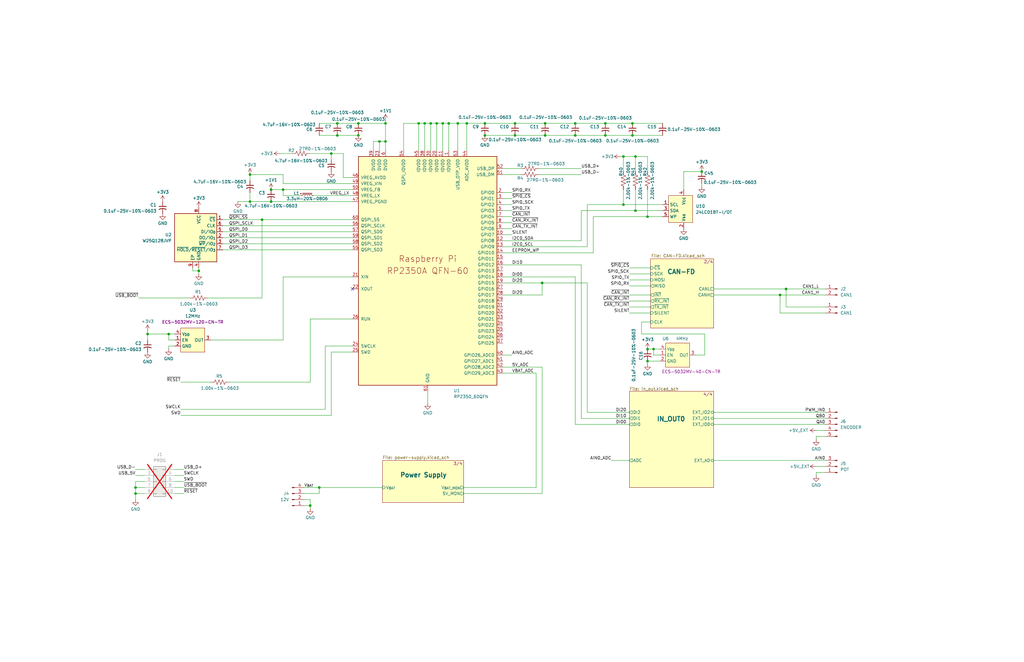
<source format=kicad_sch>
(kicad_sch (version 20250114) (generator "eeschema") (generator_version "9.0")
  (paper "B")
  (title_block (title "CAN I/O Expander") (date "2025-04-26") (rev "1") (company "Realtime Robotics"))
  (lib_symbols
    (symbol "CAN-IO-expander:24LC01BT-I/OT"
      (property "Reference" "U" (at 0 0 0))
      (property "Value" "24LC01BT-I/OT" (at 0 0 0))
      (symbol "24LC01BT-I/OT_1_1"
        (pin input line (at -7.62 -3.81 0) (length 2.54) (name "SCL") (number "1"))
        (pin input line (at -7.62 -6.35 0) (length 2.54) (name "SDA") (number "3"))
        (pin input line (at -7.62 -8.89 0) (length 2.54) (name "WP") (number "5"))
        (pin power_in line (at 1.27 2.54 270) (length 2.54) (name "Vcc") (number "4"))
        (pin passive line (at 1.27 -13.97 90) (length 2.54) (name "Vss") (number "2"))
      )
    )
    (symbol "CAN-IO-expander:40MHz-ECS-5032MV"
      (property "Reference" "U?" (at 1.27 1.27 0))
      (property "Value" "40MHz" (at 5.08 -11.43 0))
      (property "MFG P/N" "ECS-5032MV-400-CN-TR" (at 5.08 -13.97 0))
      (symbol "40MHz-ECS-5032MV_0_0"
        (pin power_in line (at -2.54 -2.54 0) (length 2.54) (name "V_{DD}") (number "4"))
        (pin output line (at 12.7 -5.08 180) (length 2.54) (name "OUT") (number "3"))
      )
      (symbol "40MHz-ECS-5032MV_1_1"
        (pin input line (at -2.54 -5.08 0) (length 2.54) (name "EN") (number "1"))
        (pin passive line (at -2.54 -7.62 0) (length 2.54) (name "GND") (number "2"))
      )
    )
    (symbol "CAN-IO-expander:L_Iron_0806" (pin_numbers (hide yes)) (pin_names (offset 0.254) (hide yes))
      (property "Reference" "L1" (at 2.54 1.2701 0))
      (property "Value" "3.3uH-20%-0806" (at 2.54 -1.2699 0))
      (symbol "L_Iron_0806_1_1"
        (pin passive line (at 0 2.54 270) (length 0.508) (name "~") (number "1"))
        (pin passive line (at 0 -2.54 90) (length 0.508) (name "~") (number "2"))
      )
    )
    (symbol "CAN-IO-expander:RP2350_60QFN" (pin_names (offset 1.016))
      (property "Reference" "U" (at -29.21 49.53 0))
      (property "Value" "RP2350_60QFN" (at 24.13 -49.53 0))
      (symbol "RP2350_60QFN_0_0"
        (text "Raspberry Pi" (at 0 5.08 0) (effects (font (size 2.54 2.54))))
      )
      (symbol "RP2350_60QFN_1_0"
        (text "RP2350A QFN-60" (at 0 0 0) (effects (font (size 2.54 2.54))))
      )
      (symbol "RP2350_60QFN_1_1"
        (pin power_in line (at -31.75 39.37 0) (length 2.54) (name "VREG_AVDD") (number "46"))
        (pin power_in line (at -31.75 36.83 0) (length 2.54) (name "VREG_VIN") (number "49"))
        (pin input line (at -31.75 34.29 0) (length 2.54) (name "VREG_FB") (number "50"))
        (pin power_out line (at -31.75 31.75 0) (length 2.54) (name "VREG_LX") (number "48"))
        (pin power_in line (at -31.75 29.21 0) (length 2.54) (name "VREG_PGND") (number "47"))
        (pin bidirectional line (at -31.75 21.59 0) (length 2.54) (name "QSPI_SS") (number "60"))
        (pin output line (at -31.75 19.05 0) (length 2.54) (name "QSPI_SCLK") (number "56"))
        (pin bidirectional line (at -31.75 16.51 0) (length 2.54) (name "QSPI_SD0") (number "57"))
        (pin bidirectional line (at -31.75 13.97 0) (length 2.54) (name "QSPI_SD1") (number "59"))
        (pin bidirectional line (at -31.75 11.43 0) (length 2.54) (name "QSPI_SD2") (number "58"))
        (pin bidirectional line (at -31.75 8.89 0) (length 2.54) (name "QSPI_SD3") (number "55"))
        (pin input line (at -31.75 -2.54 0) (length 2.54) (name "XIN") (number "21"))
        (pin passive line (at -31.75 -7.62 0) (length 2.54) (name "XOUT") (number "22"))
        (pin input line (at -31.75 -20.32 0) (length 2.54) (name "RUN") (number "26"))
        (pin output line (at -31.75 -31.75 0) (length 2.54) (name "SWCLK") (number "24"))
        (pin bidirectional line (at -31.75 -34.29 0) (length 2.54) (name "SWD") (number "25"))
        (pin power_in line (at -22.86 50.8 270) (length 2.54) (name "DVDD") (number "39"))
        (pin power_in line (at -20.32 50.8 270) (length 2.54) (name "DVDD") (number "23"))
        (pin power_in line (at -17.78 50.8 270) (length 2.54) (name "DVDD") (number "6"))
        (pin power_in line (at -10.16 50.8 270) (length 2.54) (name "QSPI_IOVDD") (number "54"))
        (pin power_in line (at -3.81 50.8 270) (length 2.54) (name "IOVDD") (number "45"))
        (pin power_in line (at -1.27 50.8 270) (length 2.54) (name "IOVDD") (number "38"))
        (pin power_in line (at 0 -50.8 90) (length 2.54) (name "GND") (number "61"))
        (pin power_in line (at 1.27 50.8 270) (length 2.54) (name "IOVDD") (number "30"))
        (pin power_in line (at 3.81 50.8 270) (length 2.54) (name "IOVDD") (number "20"))
        (pin power_in line (at 6.35 50.8 270) (length 2.54) (name "IOVDD") (number "11"))
        (pin power_in line (at 8.89 50.8 270) (length 2.54) (name "IOVDD") (number "1"))
        (pin power_in line (at 12.7 50.8 270) (length 2.54) (name "USB_OTP_VDD") (number "53"))
        (pin power_in line (at 16.51 50.8 270) (length 2.54) (name "ADC_AVDD") (number "44"))
        (pin bidirectional line (at 31.75 43.18 180) (length 2.54) (name "USB_DP") (number "52"))
        (pin bidirectional line (at 31.75 40.64 180) (length 2.54) (name "USB_DM") (number "51"))
        (pin bidirectional line (at 31.75 33.02 180) (length 2.54) (name "GPIO0") (number "2"))
        (pin bidirectional line (at 31.75 30.48 180) (length 2.54) (name "GPIO1") (number "3"))
        (pin bidirectional line (at 31.75 27.94 180) (length 2.54) (name "GPIO2") (number "4"))
        (pin bidirectional line (at 31.75 25.4 180) (length 2.54) (name "GPIO3") (number "5"))
        (pin bidirectional line (at 31.75 22.86 180) (length 2.54) (name "GPIO4") (number "7"))
        (pin bidirectional line (at 31.75 20.32 180) (length 2.54) (name "GPIO5") (number "8"))
        (pin bidirectional line (at 31.75 17.78 180) (length 2.54) (name "GPIO6") (number "9"))
        (pin bidirectional line (at 31.75 15.24 180) (length 2.54) (name "GPIO7") (number "10"))
        (pin bidirectional line (at 31.75 12.7 180) (length 2.54) (name "GPIO8") (number "12"))
        (pin bidirectional line (at 31.75 10.16 180) (length 2.54) (name "GPIO9") (number "13"))
        (pin bidirectional line (at 31.75 7.62 180) (length 2.54) (name "GPIO10") (number "14"))
        (pin bidirectional line (at 31.75 5.08 180) (length 2.54) (name "GPIO11") (number "15"))
        (pin bidirectional line (at 31.75 2.54 180) (length 2.54) (name "GPIO12") (number "16"))
        (pin bidirectional line (at 31.75 0 180) (length 2.54) (name "GPIO13") (number "17"))
        (pin bidirectional line (at 31.75 -2.54 180) (length 2.54) (name "GPIO14") (number "18"))
        (pin bidirectional line (at 31.75 -5.08 180) (length 2.54) (name "GPIO15") (number "19"))
        (pin bidirectional line (at 31.75 -7.62 180) (length 2.54) (name "GPIO16") (number "27"))
        (pin bidirectional line (at 31.75 -10.16 180) (length 2.54) (name "GPIO17") (number "28"))
        (pin bidirectional line (at 31.75 -12.7 180) (length 2.54) (name "GPIO18") (number "29"))
        (pin bidirectional line (at 31.75 -15.24 180) (length 2.54) (name "GPIO19") (number "31"))
        (pin bidirectional line (at 31.75 -17.78 180) (length 2.54) (name "GPIO20") (number "32"))
        (pin bidirectional line (at 31.75 -20.32 180) (length 2.54) (name "GPIO21") (number "33"))
        (pin bidirectional line (at 31.75 -22.86 180) (length 2.54) (name "GPIO22") (number "34"))
        (pin bidirectional line (at 31.75 -25.4 180) (length 2.54) (name "GPIO23") (number "35"))
        (pin bidirectional line (at 31.75 -27.94 180) (length 2.54) (name "GPIO24") (number "36"))
        (pin bidirectional line (at 31.75 -30.48 180) (length 2.54) (name "GPIO25") (number "37"))
        (pin bidirectional line (at 31.75 -35.56 180) (length 2.54) (name "GPIO26_ADC0") (number "40"))
        (pin bidirectional line (at 31.75 -38.1 180) (length 2.54) (name "GPIO27_ADC1") (number "41"))
        (pin bidirectional line (at 31.75 -40.64 180) (length 2.54) (name "GPIO28_ADC2") (number "42"))
        (pin bidirectional line (at 31.75 -43.18 180) (length 2.54) (name "GPIO29_ADC3") (number "43"))
      )
    )
    (symbol "Connector:Conn_01x02_Pin" (pin_names (offset 1.016) (hide yes))
      (property "Reference" "J" (at 0 2.54 0))
      (property "Value" "Conn_01x02_Pin" (at 0 -5.08 0))
      (symbol "Conn_01x02_Pin_1_1"
        (pin passive line (at 5.08 0 180) (length 3.81) (name "Pin_1") (number "1"))
        (pin passive line (at 5.08 -2.54 180) (length 3.81) (name "Pin_2") (number "2"))
      )
    )
    (symbol "Connector:Conn_01x03_Pin" (pin_names (offset 1.016) (hide yes))
      (property "Reference" "J" (at 0 5.08 0))
      (property "Value" "Conn_01x03_Pin" (at 0 -5.08 0))
      (symbol "Conn_01x03_Pin_1_1"
        (pin passive line (at 5.08 2.54 180) (length 3.81) (name "Pin_1") (number "1"))
        (pin passive line (at 5.08 0 180) (length 3.81) (name "Pin_2") (number "2"))
        (pin passive line (at 5.08 -2.54 180) (length 3.81) (name "Pin_3") (number "3"))
      )
    )
    (symbol "Connector:Conn_01x04_Pin" (pin_names (offset 1.016) (hide yes))
      (property "Reference" "J" (at 0 5.08 0))
      (property "Value" "Conn_01x04_Pin" (at 0 -7.62 0))
      (symbol "Conn_01x04_Pin_1_1"
        (pin passive line (at 5.08 2.54 180) (length 3.81) (name "Pin_1") (number "1"))
        (pin passive line (at 5.08 0 180) (length 3.81) (name "Pin_2") (number "2"))
        (pin passive line (at 5.08 -2.54 180) (length 3.81) (name "Pin_3") (number "3"))
        (pin passive line (at 5.08 -5.08 180) (length 3.81) (name "Pin_4") (number "4"))
      )
    )
    (symbol "Connector:Conn_01x05_Pin" (pin_names (offset 1.016) (hide yes))
      (property "Reference" "J" (at 0 7.62 0))
      (property "Value" "Conn_01x05_Pin" (at 0 -7.62 0))
      (symbol "Conn_01x05_Pin_1_1"
        (pin passive line (at 5.08 5.08 180) (length 3.81) (name "Pin_1") (number "1"))
        (pin passive line (at 5.08 2.54 180) (length 3.81) (name "Pin_2") (number "2"))
        (pin passive line (at 5.08 0 180) (length 3.81) (name "Pin_3") (number "3"))
        (pin passive line (at 5.08 -2.54 180) (length 3.81) (name "Pin_4") (number "4"))
        (pin passive line (at 5.08 -5.08 180) (length 3.81) (name "Pin_5") (number "5"))
      )
    )
    (symbol "Connector_Generic:Conn_02x05_Odd_Even" (pin_names (offset 1.016) (hide yes))
      (property "Reference" "J" (at 1.27 7.62 0))
      (property "Value" "Conn_02x05_Odd_Even" (at 1.27 -7.62 0))
      (symbol "Conn_02x05_Odd_Even_1_1"
        (pin passive line (at -5.08 5.08 0) (length 3.81) (name "Pin_1") (number "1"))
        (pin passive line (at -5.08 2.54 0) (length 3.81) (name "Pin_3") (number "3"))
        (pin passive line (at -5.08 0 0) (length 3.81) (name "Pin_5") (number "5"))
        (pin passive line (at -5.08 -2.54 0) (length 3.81) (name "Pin_7") (number "7"))
        (pin passive line (at -5.08 -5.08 0) (length 3.81) (name "Pin_9") (number "9"))
        (pin passive line (at 7.62 5.08 180) (length 3.81) (name "Pin_2") (number "2"))
        (pin passive line (at 7.62 2.54 180) (length 3.81) (name "Pin_4") (number "4"))
        (pin passive line (at 7.62 0 180) (length 3.81) (name "Pin_6") (number "6"))
        (pin passive line (at 7.62 -2.54 180) (length 3.81) (name "Pin_8") (number "8"))
        (pin passive line (at 7.62 -5.08 180) (length 3.81) (name "Pin_10") (number "10"))
      )
    )
    (symbol "Device:C_Small_US" (pin_numbers (hide yes)) (pin_names (offset 0.254) (hide yes))
      (property "Reference" "C" (at 0.254 1.778 0))
      (property "Value" "C_Small_US" (at 0.254 -2.032 0))
      (symbol "C_Small_US_1_1"
        (pin passive line (at 0 2.54 270) (length 2.032) (name "~") (number "1"))
        (pin passive line (at 0 -2.54 90) (length 2.032) (name "~") (number "2"))
      )
    )
    (symbol "Device:R_US" (pin_numbers (hide yes)) (pin_names (offset 0))
      (property "Reference" "R" (at 2.54 0 90))
      (property "Value" "R_US" (at -2.54 0 90))
      (symbol "R_US_1_1"
        (pin passive line (at 0 3.81 270) (length 1.27) (name "~") (number "1"))
        (pin passive line (at 0 -3.81 90) (length 1.27) (name "~") (number "2"))
      )
    )
    (symbol "Memory_Flash:W25Q128JVP"
      (property "Reference" "U" (at -6.35 11.43 0))
      (property "Value" "W25Q128JVP" (at 7.62 11.43 0))
      (symbol "W25Q128JVP_1_1"
        (pin input line (at -10.16 7.62 0) (length 2.54) (name "~{CS}") (number "1"))
        (pin input line (at -10.16 5.08 0) (length 2.54) (name "CLK") (number "6"))
        (pin bidirectional line (at -10.16 2.54 0) (length 2.54) (name "DI/IO_{0}") (number "5"))
        (pin bidirectional line (at -10.16 0 0) (length 2.54) (name "DO/IO_{1}") (number "2"))
        (pin bidirectional line (at -10.16 -2.54 0) (length 2.54) (name "~{WP}/IO_{2}") (number "3"))
        (pin bidirectional line (at -10.16 -5.08 0) (length 2.54) (name "~{HOLD}/~{RESET}/IO_{3}") (number "7"))
        (pin power_in line (at 0 12.7 270) (length 2.54) (name "VCC") (number "8"))
        (pin power_in line (at 0 -12.7 90) (length 2.54) (name "GND") (number "4"))
        (pin passive line (at 2.54 -12.7 90) (length 2.54) (name "EP") (number "9"))
      )
    )
    (symbol "NX-IndicatorBoard:40MHz-ECS-5032MV"
      (property "Reference" "U?" (at 1.27 1.27 0))
      (property "Value" "40MHz" (at 5.08 -11.43 0))
      (property "MFG P/N" "ECS-5032MV-400-CN-TR" (at 5.08 -13.97 0))
      (symbol "40MHz-ECS-5032MV_0_0"
        (pin power_in line (at -2.54 -2.54 0) (length 2.54) (name "V_{DD}") (number "4"))
        (pin output line (at 12.7 -5.08 180) (length 2.54) (name "OUT") (number "3"))
      )
      (symbol "40MHz-ECS-5032MV_1_1"
        (pin input line (at -2.54 -5.08 0) (length 2.54) (name "EN") (number "1"))
        (pin passive line (at -2.54 -7.62 0) (length 2.54) (name "GND") (number "2"))
      )
    )
    (symbol "power:+3V3" (power) (pin_numbers (hide yes)) (pin_names (offset 0) (hide yes))
      (property "Value" "+3V3" (at 0 3.556 0))
      (symbol "+3V3_1_1"
        (pin power_in line (at 0 0 90) (length 0) (name "~") (number "1"))
      )
    )
    (symbol "power:+5V" (power) (pin_numbers (hide yes)) (pin_names (offset 0) (hide yes))
      (property "Value" "+5V" (at 0 3.556 0))
      (symbol "+5V_1_1"
        (pin power_in line (at 0 0 90) (length 0) (name "~") (number "1"))
      )
    )
    (symbol "power:GND" (power) (pin_numbers (hide yes)) (pin_names (offset 0) (hide yes))
      (property "Value" "GND" (at 0 -3.81 0))
      (symbol "GND_1_1"
        (pin power_in line (at 0 0 270) (length 0) (name "~") (number "1"))
      )
    )
  )
  (junction (at 229.87 57.15))
  (junction (at 142.24 52.07))
  (junction (at 134.62 205.74))
  (junction (at 151.13 52.07))
  (junction (at 184.15 52.07))
  (junction (at 196.85 52.07))
  (junction (at 331.47 121.92))
  (junction (at 217.17 52.07))
  (junction (at 114.3 80.01))
  (junction (at 267.97 88.9))
  (junction (at 242.57 52.07))
  (junction (at 162.56 52.07))
  (junction (at 204.47 57.15))
  (junction (at 267.97 66.04))
  (junction (at 295.91 72.39))
  (junction (at 255.27 57.15))
  (junction (at 273.05 152.4))
  (junction (at 262.89 86.36))
  (junction (at 160.02 59.69))
  (junction (at 151.13 57.15))
  (junction (at 273.05 147.32))
  (junction (at 62.23 140.97))
  (junction (at 57.15 208.28))
  (junction (at 176.53 52.07))
  (junction (at 114.3 85.09))
  (junction (at 204.47 52.07))
  (junction (at 119.38 80.01))
  (junction (at 262.89 66.04))
  (junction (at 228.6 119.38))
  (junction (at 181.61 52.07))
  (junction (at 139.7 64.77))
  (junction (at 266.7 52.07))
  (junction (at 242.57 57.15))
  (junction (at 142.24 57.15))
  (junction (at 193.04 52.07))
  (junction (at 328.93 124.46))
  (junction (at 273.05 91.44))
  (junction (at 105.41 85.09))
  (junction (at 179.07 52.07))
  (junction (at 217.17 57.15))
  (junction (at 162.56 59.69))
  (junction (at 110.49 92.71))
  (junction (at 229.87 52.07))
  (junction (at 186.69 52.07))
  (junction (at 189.23 52.07))
  (junction (at 83.82 114.3))
  (junction (at 255.27 52.07))
  (junction (at 275.59 147.32))
  (junction (at 57.15 205.74))
  (junction (at 105.41 73.66))
  (junction (at 71.12 140.97))
  (junction (at 266.7 57.15))
  (junction (at 130.81 213.36))
  (no_connect (at 148.59 121.92))
  (wire (pts (xy 344.17 200.66) (xy 344.17 199.39)))
  (wire (pts (xy 193.04 63.5) (xy 193.04 52.07)))
  (wire (pts (xy 57.15 198.12) (xy 60.96 198.12)))
  (wire (pts (xy 273.05 80.01) (xy 273.05 91.44)))
  (wire (pts (xy 93.98 102.87) (xy 148.59 102.87)))
  (wire (pts (xy 184.15 52.07) (xy 184.15 63.5)))
  (wire (pts (xy 128.27 205.74) (xy 134.62 205.74)))
  (wire (pts (xy 273.05 66.04) (xy 273.05 72.39)))
  (wire (pts (xy 300.99 121.92) (xy 331.47 121.92)))
  (wire (pts (xy 148.59 148.59) (xy 139.7 148.59)))
  (wire (pts (xy 288.29 72.39) (xy 288.29 80.01)))
  (wire (pts (xy 265.43 132.08) (xy 274.32 132.08)))
  (wire (pts (xy 73.66 143.51) (xy 71.12 143.51)))
  (wire (pts (xy 148.59 74.93) (xy 144.78 74.93)))
  (wire (pts (xy 227.33 73.66) (xy 245.11 73.66)))
  (wire (pts (xy 344.17 196.85) (xy 347.98 196.85)))
  (wire (pts (xy 331.47 129.54) (xy 331.47 121.92)))
  (wire (pts (xy 265.43 113.03) (xy 274.32 113.03)))
  (wire (pts (xy 100.33 85.09) (xy 105.41 85.09)))
  (wire (pts (xy 273.05 152.4) (xy 278.13 152.4)))
  (wire (pts (xy 212.09 86.36) (xy 215.9 86.36)))
  (wire (pts (xy 77.47 205.74) (xy 73.66 205.74)))
  (wire (pts (xy 62.23 139.7) (xy 62.23 140.97)))
  (wire (pts (xy 148.59 146.05) (xy 137.16 146.05)))
  (wire (pts (xy 83.82 113.03) (xy 83.82 114.3)))
  (wire (pts (xy 139.7 64.77) (xy 139.7 67.31)))
  (wire (pts (xy 134.62 57.15) (xy 142.24 57.15)))
  (wire (pts (xy 242.57 57.15) (xy 255.27 57.15)))
  (wire (pts (xy 157.48 59.69) (xy 160.02 59.69)))
  (wire (pts (xy 119.38 77.47) (xy 148.59 77.47)))
  (wire (pts (xy 184.15 52.07) (xy 186.69 52.07)))
  (wire (pts (xy 186.69 52.07) (xy 189.23 52.07)))
  (wire (pts (xy 81.28 113.03) (xy 81.28 114.3)))
  (wire (pts (xy 180.34 170.18) (xy 180.34 165.1)))
  (wire (pts (xy 265.43 124.46) (xy 274.32 124.46)))
  (wire (pts (xy 212.09 71.12) (xy 219.71 71.12)))
  (wire (pts (xy 119.38 80.01) (xy 148.59 80.01)))
  (wire (pts (xy 77.47 200.66) (xy 73.66 200.66)))
  (wire (pts (xy 267.97 66.04) (xy 273.05 66.04)))
  (wire (pts (xy 134.62 52.07) (xy 142.24 52.07)))
  (wire (pts (xy 57.15 203.2) (xy 57.15 205.74)))
  (wire (pts (xy 157.48 63.5) (xy 157.48 59.69)))
  (wire (pts (xy 279.4 52.07) (xy 266.7 52.07)))
  (wire (pts (xy 93.98 97.79) (xy 148.59 97.79)))
  (wire (pts (xy 57.15 208.28) (xy 57.15 210.82)))
  (wire (pts (xy 265.43 127) (xy 274.32 127)))
  (wire (pts (xy 57.15 208.28) (xy 60.96 208.28)))
  (wire (pts (xy 245.11 101.6) (xy 245.11 88.9)))
  (wire (pts (xy 297.18 149.86) (xy 297.18 140.97)))
  (wire (pts (xy 144.78 74.93) (xy 144.78 64.77)))
  (wire (pts (xy 266.7 57.15) (xy 279.4 57.15)))
  (wire (pts (xy 193.04 52.07) (xy 196.85 52.07)))
  (wire (pts (xy 247.65 119.38) (xy 247.65 173.99)))
  (wire (pts (xy 130.81 161.29) (xy 130.81 134.62)))
  (wire (pts (xy 247.65 104.14) (xy 247.65 86.36)))
  (wire (pts (xy 255.27 57.15) (xy 266.7 57.15)))
  (wire (pts (xy 118.11 64.77) (xy 123.19 64.77)))
  (wire (pts (xy 57.15 205.74) (xy 60.96 205.74)))
  (wire (pts (xy 273.05 91.44) (xy 279.4 91.44)))
  (wire (pts (xy 160.02 59.69) (xy 162.56 59.69)))
  (wire (pts (xy 212.09 96.52) (xy 215.9 96.52)))
  (wire (pts (xy 60.96 203.2) (xy 57.15 203.2)))
  (wire (pts (xy 212.09 119.38) (xy 228.6 119.38)))
  (wire (pts (xy 212.09 101.6) (xy 245.11 101.6)))
  (wire (pts (xy 76.2 161.29) (xy 88.9 161.29)))
  (wire (pts (xy 300.99 194.31) (xy 347.98 194.31)))
  (wire (pts (xy 195.58 205.74) (xy 226.06 205.74)))
  (wire (pts (xy 344.17 181.61) (xy 347.98 181.61)))
  (wire (pts (xy 119.38 80.01) (xy 114.3 80.01)))
  (wire (pts (xy 204.47 57.15) (xy 217.17 57.15)))
  (wire (pts (xy 142.24 57.15) (xy 151.13 57.15)))
  (wire (pts (xy 212.09 73.66) (xy 219.71 73.66)))
  (wire (pts (xy 119.38 143.51) (xy 119.38 116.84)))
  (wire (pts (xy 96.52 161.29) (xy 130.81 161.29)))
  (wire (pts (xy 58.42 125.73) (xy 80.01 125.73)))
  (wire (pts (xy 255.27 52.07) (xy 242.57 52.07)))
  (wire (pts (xy 93.98 105.41) (xy 148.59 105.41)))
  (wire (pts (xy 278.13 149.86) (xy 275.59 149.86)))
  (wire (pts (xy 347.98 132.08) (xy 328.93 132.08)))
  (wire (pts (xy 267.97 88.9) (xy 279.4 88.9)))
  (wire (pts (xy 300.99 179.07) (xy 347.98 179.07)))
  (wire (pts (xy 170.18 52.07) (xy 170.18 63.5)))
  (wire (pts (xy 250.19 106.68) (xy 250.19 91.44)))
  (wire (pts (xy 262.89 86.36) (xy 279.4 86.36)))
  (wire (pts (xy 297.18 149.86) (xy 293.37 149.86)))
  (wire (pts (xy 344.17 185.42) (xy 344.17 184.15)))
  (wire (pts (xy 105.41 85.09) (xy 114.3 85.09)))
  (wire (pts (xy 128.27 208.28) (xy 134.62 208.28)))
  (wire (pts (xy 176.53 52.07) (xy 179.07 52.07)))
  (wire (pts (xy 162.56 50.8) (xy 162.56 52.07)))
  (wire (pts (xy 130.81 210.82) (xy 130.81 213.36)))
  (wire (pts (xy 228.6 154.94) (xy 228.6 208.28)))
  (wire (pts (xy 347.98 129.54) (xy 331.47 129.54)))
  (wire (pts (xy 270.51 140.97) (xy 270.51 135.89)))
  (wire (pts (xy 93.98 100.33) (xy 148.59 100.33)))
  (wire (pts (xy 212.09 99.06) (xy 215.9 99.06)))
  (wire (pts (xy 273.05 152.4) (xy 273.05 153.67)))
  (wire (pts (xy 179.07 52.07) (xy 179.07 63.5)))
  (wire (pts (xy 128.27 210.82) (xy 130.81 210.82)))
  (wire (pts (xy 212.09 106.68) (xy 250.19 106.68)))
  (wire (pts (xy 62.23 140.97) (xy 62.23 143.51)))
  (wire (pts (xy 267.97 80.01) (xy 267.97 88.9)))
  (wire (pts (xy 93.98 92.71) (xy 110.49 92.71)))
  (wire (pts (xy 105.41 81.28) (xy 105.41 85.09)))
  (wire (pts (xy 344.17 184.15) (xy 347.98 184.15)))
  (wire (pts (xy 228.6 208.28) (xy 195.58 208.28)))
  (wire (pts (xy 88.9 143.51) (xy 119.38 143.51)))
  (wire (pts (xy 76.2 175.26) (xy 139.7 175.26)))
  (wire (pts (xy 144.78 64.77) (xy 139.7 64.77)))
  (wire (pts (xy 300.99 176.53) (xy 347.98 176.53)))
  (wire (pts (xy 71.12 140.97) (xy 73.66 140.97)))
  (wire (pts (xy 265.43 120.65) (xy 274.32 120.65)))
  (wire (pts (xy 176.53 52.07) (xy 176.53 63.5)))
  (wire (pts (xy 227.33 71.12) (xy 245.11 71.12)))
  (wire (pts (xy 196.85 52.07) (xy 196.85 63.5)))
  (wire (pts (xy 265.43 173.99) (xy 247.65 173.99)))
  (wire (pts (xy 295.91 72.39) (xy 288.29 72.39)))
  (wire (pts (xy 151.13 52.07) (xy 162.56 52.07)))
  (wire (pts (xy 265.43 176.53) (xy 245.11 176.53)))
  (wire (pts (xy 57.15 200.66) (xy 60.96 200.66)))
  (wire (pts (xy 300.99 173.99) (xy 347.98 173.99)))
  (wire (pts (xy 181.61 63.5) (xy 181.61 52.07)))
  (wire (pts (xy 179.07 52.07) (xy 181.61 52.07)))
  (wire (pts (xy 77.47 208.28) (xy 73.66 208.28)))
  (wire (pts (xy 130.81 64.77) (xy 139.7 64.77)))
  (wire (pts (xy 189.23 52.07) (xy 189.23 63.5)))
  (wire (pts (xy 132.08 82.55) (xy 148.59 82.55)))
  (wire (pts (xy 181.61 52.07) (xy 184.15 52.07)))
  (wire (pts (xy 262.89 80.01) (xy 262.89 86.36)))
  (wire (pts (xy 160.02 59.69) (xy 160.02 63.5)))
  (wire (pts (xy 328.93 124.46) (xy 347.98 124.46)))
  (wire (pts (xy 261.62 66.04) (xy 262.89 66.04)))
  (wire (pts (xy 212.09 91.44) (xy 215.9 91.44)))
  (wire (pts (xy 275.59 147.32) (xy 278.13 147.32)))
  (wire (pts (xy 62.23 140.97) (xy 71.12 140.97)))
  (wire (pts (xy 242.57 116.84) (xy 212.09 116.84)))
  (wire (pts (xy 76.2 172.72) (xy 137.16 172.72)))
  (wire (pts (xy 266.7 52.07) (xy 255.27 52.07)))
  (wire (pts (xy 119.38 116.84) (xy 148.59 116.84)))
  (wire (pts (xy 265.43 179.07) (xy 242.57 179.07)))
  (wire (pts (xy 331.47 121.92) (xy 347.98 121.92)))
  (wire (pts (xy 134.62 205.74) (xy 161.29 205.74)))
  (wire (pts (xy 130.81 213.36) (xy 130.81 214.63)))
  (wire (pts (xy 189.23 52.07) (xy 193.04 52.07)))
  (wire (pts (xy 257.81 194.31) (xy 265.43 194.31)))
  (wire (pts (xy 114.3 85.09) (xy 148.59 85.09)))
  (wire (pts (xy 93.98 95.25) (xy 148.59 95.25)))
  (wire (pts (xy 262.89 66.04) (xy 262.89 72.39)))
  (wire (pts (xy 127 82.55) (xy 119.38 82.55)))
  (wire (pts (xy 71.12 146.05) (xy 71.12 147.32)))
  (wire (pts (xy 162.56 52.07) (xy 162.56 59.69)))
  (wire (pts (xy 245.11 111.76) (xy 212.09 111.76)))
  (wire (pts (xy 328.93 132.08) (xy 328.93 124.46)))
  (wire (pts (xy 273.05 147.32) (xy 275.59 147.32)))
  (wire (pts (xy 212.09 154.94) (xy 228.6 154.94)))
  (wire (pts (xy 77.47 198.12) (xy 73.66 198.12)))
  (wire (pts (xy 87.63 125.73) (xy 110.49 125.73)))
  (wire (pts (xy 204.47 52.07) (xy 196.85 52.07)))
  (wire (pts (xy 228.6 124.46) (xy 228.6 119.38)))
  (wire (pts (xy 242.57 52.07) (xy 229.87 52.07)))
  (wire (pts (xy 170.18 52.07) (xy 176.53 52.07)))
  (wire (pts (xy 128.27 213.36) (xy 130.81 213.36)))
  (wire (pts (xy 162.56 59.69) (xy 162.56 63.5)))
  (wire (pts (xy 57.15 205.74) (xy 57.15 208.28)))
  (wire (pts (xy 212.09 124.46) (xy 228.6 124.46)))
  (wire (pts (xy 217.17 52.07) (xy 204.47 52.07)))
  (wire (pts (xy 247.65 86.36) (xy 262.89 86.36)))
  (wire (pts (xy 71.12 143.51) (xy 71.12 140.97)))
  (wire (pts (xy 119.38 82.55) (xy 119.38 80.01)))
  (wire (pts (xy 212.09 81.28) (xy 215.9 81.28)))
  (wire (pts (xy 217.17 57.15) (xy 229.87 57.15)))
  (wire (pts (xy 212.09 104.14) (xy 247.65 104.14)))
  (wire (pts (xy 137.16 146.05) (xy 137.16 172.72)))
  (wire (pts (xy 275.59 149.86) (xy 275.59 147.32)))
  (wire (pts (xy 212.09 88.9) (xy 215.9 88.9)))
  (wire (pts (xy 119.38 77.47) (xy 119.38 73.66)))
  (wire (pts (xy 110.49 92.71) (xy 148.59 92.71)))
  (wire (pts (xy 215.9 83.82) (xy 212.09 83.82)))
  (wire (pts (xy 295.91 77.47) (xy 295.91 78.74)))
  (wire (pts (xy 265.43 115.57) (xy 274.32 115.57)))
  (wire (pts (xy 105.41 73.66) (xy 119.38 73.66)))
  (wire (pts (xy 77.47 203.2) (xy 73.66 203.2)))
  (wire (pts (xy 212.09 149.86) (xy 215.9 149.86)))
  (wire (pts (xy 142.24 52.07) (xy 151.13 52.07)))
  (wire (pts (xy 245.11 88.9) (xy 267.97 88.9)))
  (wire (pts (xy 134.62 208.28) (xy 134.62 205.74)))
  (wire (pts (xy 83.82 114.3) (xy 83.82 115.57)))
  (wire (pts (xy 73.66 146.05) (xy 71.12 146.05)))
  (wire (pts (xy 245.11 176.53) (xy 245.11 111.76)))
  (wire (pts (xy 229.87 52.07) (xy 217.17 52.07)))
  (wire (pts (xy 297.18 140.97) (xy 270.51 140.97)))
  (wire (pts (xy 139.7 148.59) (xy 139.7 175.26)))
  (wire (pts (xy 110.49 125.73) (xy 110.49 92.71)))
  (wire (pts (xy 226.06 205.74) (xy 226.06 157.48)))
  (wire (pts (xy 228.6 119.38) (xy 247.65 119.38)))
  (wire (pts (xy 250.19 91.44) (xy 273.05 91.44)))
  (wire (pts (xy 265.43 129.54) (xy 274.32 129.54)))
  (wire (pts (xy 229.87 57.15) (xy 242.57 57.15)))
  (wire (pts (xy 105.41 73.66) (xy 105.41 76.2)))
  (wire (pts (xy 265.43 118.11) (xy 274.32 118.11)))
  (wire (pts (xy 186.69 52.07) (xy 186.69 63.5)))
  (wire (pts (xy 242.57 179.07) (xy 242.57 116.84)))
  (wire (pts (xy 344.17 199.39) (xy 347.98 199.39)))
  (wire (pts (xy 212.09 93.98) (xy 215.9 93.98)))
  (wire (pts (xy 262.89 66.04) (xy 267.97 66.04)))
  (wire (pts (xy 226.06 157.48) (xy 212.09 157.48)))
  (wire (pts (xy 300.99 124.46) (xy 328.93 124.46)))
  (wire (pts (xy 130.81 134.62) (xy 148.59 134.62)))
  (wire (pts (xy 270.51 135.89) (xy 274.32 135.89)))
  (wire (pts (xy 81.28 114.3) (xy 83.82 114.3)))
  (wire (pts (xy 267.97 66.04) (xy 267.97 72.39)))
  (label "CAN1_H" (at 345.44 124.46 180))
  (label "USB_5V" (at 57.15 200.66 180))
  (label "SILENT" (at 215.9 99.06 0))
  (label "QA0" (at 347.98 179.07 180))
  (label "V_{BAT}" (at 128.27 205.74 0))
  (label "QSPI_D1" (at 96.52 100.33 0))
  (label "DI00" (at 264.16 179.07 180))
  (label "DI00" (at 215.9 116.84 0))
  (label "~{RESET}" (at 77.47 208.28 0))
  (label "~{CAN_TX_INT}" (at 265.43 129.54 180))
  (label "QSPI_D2" (at 96.52 102.87 0))
  (label "~{CAN_RX_INT}" (at 265.43 127 180))
  (label "SPI0_RX" (at 215.9 81.28 0))
  (label "~{RESET}" (at 76.2 161.29 180))
  (label "SPI0_SCK" (at 265.43 115.57 180))
  (label "AIN0_ADC" (at 257.81 194.31 180))
  (label "VREG_LX" (at 147.32 82.55 180))
  (label "USB_D+" (at 77.47 198.12 0))
  (label "EEPROM_WP" (at 215.9 106.68 0))
  (label "QB0" (at 347.98 176.53 180))
  (label "SWD" (at 77.47 203.2 0))
  (label "AIN0" (at 347.98 194.31 180))
  (label "~{CAN_TX_INT}" (at 215.9 96.52 0))
  (label "USB_D-" (at 245.11 73.66 0))
  (label "DI20" (at 215.9 124.46 0))
  (label "SPI0_TX" (at 265.43 118.11 180))
  (label "VBAT_ADC" (at 215.9 157.48 0))
  (label "USB_D-" (at 57.15 198.12 180))
  (label "I2C0_SCL" (at 215.9 104.14 0))
  (label "SPI0_SCK" (at 215.9 86.36 0))
  (label "SWCLK" (at 77.47 200.66 0))
  (label "SPI0_RX" (at 265.43 120.65 180))
  (label "SWCLK" (at 76.2 172.72 180))
  (label "SWD" (at 76.2 175.26 180))
  (label "~{CAN_INT}" (at 265.43 124.46 180))
  (label "CAN1_L" (at 345.44 121.92 180))
  (label "AIN0_ADC" (at 215.9 149.86 0))
  (label "~{SPI0_CS}" (at 215.9 83.82 0))
  (label "~{CAN_RX_INT}" (at 215.9 93.98 0))
  (label "~{USB_BOOT}" (at 77.47 205.74 0))
  (label "~{USB_BOOT}" (at 58.42 125.73 180))
  (label "5V_ADC" (at 215.9 154.94 0))
  (label "SPI0_TX" (at 215.9 88.9 0))
  (label "USB_D+" (at 245.11 71.12 0))
  (label "DI20" (at 264.16 173.99 180))
  (label "DI10" (at 215.9 111.76 0))
  (label "DI20" (at 215.9 119.38 0))
  (label "~{QSPI_SS}" (at 96.52 92.71 0))
  (label "QSPI_D3" (at 96.52 105.41 0))
  (label "SILENT" (at 265.43 132.08 180))
  (label "~{CAN_INT}" (at 215.9 91.44 0))
  (label "PWM_IN0" (at 347.98 173.99 180))
  (label "I2C0_SDA" (at 215.9 101.6 0))
  (label "~{SPI0_CS}" (at 265.43 113.03 180))
  (label "QSPI_SCLK" (at 96.52 95.25 0))
  (label "DI10" (at 264.16 176.53 180))
  (label "QSPI_D0" (at 96.52 97.79 0))
  (symbol (lib_id "power:+3V3") (at 105.41 73.66 0) (mirror y) (unit 1)
    (property "Reference" "#PWR07" (effects (hide yes)))
    (property "Value" "+3V3" (at 105.41 69.596 0))
    (property "Description" "Power symbol creates a global label with name \"+3V3\"" (effects (hide yes)))
  )
  (symbol (lib_id "NX-IndicatorBoard:40MHz-ECS-5032MV") (at 280.67 144.78 0) (unit 1)
    (property "Reference" "U6" (at 280.67 142.875 0))
    (property "Value" "4MHz" (at 287.655 142.875 0))
    (property "Footprint" "CAN-IO-expander:ECS-5032MV" (effects (hide yes)))
    (property "Datasheet" "Components/ECS-5032MV.pdf" (effects (hide yes)))
    (property "MFG" "ECS Inc" (effects (hide yes)))
    (property "MFG P/N" "ECS-5032MV-40-CN-TR" (at 291.465 156.845 0))
    (property "DIST" "Digikey" (effects (hide yes)))
    (property "DIST P/N" "XC3114CT-ND" (effects (hide yes)))
  )
  (symbol (lib_id "Device:C_Small_US") (at 142.24 54.61 0) (mirror y) (unit 1)
    (property "Reference" "C7" (at 139.7 53.4669 0) (effects (justify left)))
    (property "Value" "0.1uF-25V-10%-0603" (at 142.24 47.498 0))
    (property "Footprint" "Capacitor_SMD:C_0603_1608Metric" (effects (hide yes)))
    (property "Description" "capacitor, small US symbol" (effects (hide yes)))
  )
  (symbol (lib_id "power:GND") (at 295.91 78.74 0) (mirror y) (unit 1)
    (property "Reference" "#PWR042" (effects (hide yes)))
    (property "Value" "GND" (at 295.91 82.804 0))
    (property "Description" "Power symbol creates a global label with name \"GND\" , ground" (effects (hide yes)))
  )
  (symbol (lib_id "power:GND") (at 344.17 200.66 0) (unit 1)
    (property "Reference" "#PWR020" (effects (hide yes)))
    (property "Value" "GND" (at 344.17 204.724 0))
    (property "Description" "Power symbol creates a global label with name \"GND\" , ground" (effects (hide yes)))
  )
  (symbol (lib_id "Device:R_US") (at 92.71 161.29 90) (unit 1)
    (property "Reference" "R5" (at 92.456 158.75 90))
    (property "Value" "1.00k-1%-0603" (at 92.71 163.83 90))
    (property "Footprint" "Resistor_SMD:R_0603_1608Metric" (effects (hide yes)))
    (property "Description" "Resistor, US symbol" (effects (hide yes)))
  )
  (symbol (lib_id "Device:R_US") (at 223.52 71.12 90) (unit 1)
    (property "Reference" "R3" (at 220.726 69.85 90) (effects (justify left)))
    (property "Value" "27R0-1%-0603" (at 230.378 69.088 90))
    (property "Footprint" "Resistor_SMD:R_0603_1608Metric" (effects (hide yes)))
    (property "Description" "Resistor, US symbol" (effects (hide yes)))
  )
  (symbol (lib_id "Device:R_US") (at 267.97 76.2 180) (unit 1)
    (property "Reference" "R41" (at 266.954 74.422 90) (effects (justify right)))
    (property "Value" "2.00k-1%-0603" (at 270.002 76.2 90))
    (property "Footprint" "Resistor_SMD:R_0603_1608Metric" (effects (hide yes)))
    (property "Description" "Resistor, US symbol" (effects (hide yes)))
  )
  (symbol (lib_id "power:+3V3") (at 62.23 139.7 0) (mirror y) (unit 1)
    (property "Reference" "#PWR014" (effects (hide yes)))
    (property "Value" "+3V3" (at 62.23 135.636 0))
    (property "Description" "Power symbol creates a global label with name \"+3V3\"" (effects (hide yes)))
  )
  (symbol (lib_id "Device:C_Small_US") (at 217.17 54.61 0) (mirror y) (unit 1)
    (property "Reference" "C10" (at 214.63 53.4669 0) (effects (justify left)))
    (property "Value" "0.1uF-25V-10%-0603" (at 217.17 58.928 0))
    (property "Footprint" "Capacitor_SMD:C_0603_1608Metric" (effects (hide yes)))
    (property "Description" "capacitor, small US symbol" (effects (hide yes)))
  )
  (symbol (lib_id "power:+3V3") (at 162.56 50.8 0) (mirror y) (unit 1)
    (property "Reference" "#PWR011" (effects (hide yes)))
    (property "Value" "+1V1" (at 162.56 46.736 0))
    (property "Description" "Power symbol creates a global label with name \"+3V3\"" (effects (hide yes)))
  )
  (symbol (lib_id "power:+3V3") (at 295.91 72.39 0) (unit 1)
    (property "Reference" "#PWR039" (effects (hide yes)))
    (property "Value" "+3V3" (at 295.91 68.326 0))
    (property "Description" "Power symbol creates a global label with name \"+3V3\"" (effects (hide yes)))
  )
  (symbol (lib_id "CAN-IO-expander:RP2350_60QFN") (at 180.34 114.3 0) (unit 1)
    (property "Reference" "U1" (at 191.262 164.846 0) (effects (justify left)))
    (property "Value" "RP2350_60QFN" (at 191.262 167.386 0) (effects (justify left)))
    (property "Footprint" "CAN-IO-expander:RP2350-QFN-60-1EP_7x7_P0.4mm_EP3.4x3.4mm_ThermalVias" (effects (hide yes)))
    (property "Datasheet" "Components/rp2350-datasheet.pdf" (effects (hide yes)))
    (property "MFG" "Raspberry Pi" (effects (hide yes)))
    (property "MFG P/N" "SC1509" (effects (hide yes)))
    (property "DIST" "Digikey" (effects (hide yes)))
    (property "DIST P/N" "2648-SC1509CT-ND" (effects (hide yes)))
  )
  (symbol (lib_id "Connector:Conn_01x03_Pin") (at 353.06 196.85 180) (unit 1)
    (property "Reference" "J5" (at 354.33 195.5799 0) (effects (justify right)))
    (property "Value" "POT" (at 354.33 198.1199 0) (effects (justify right)))
    (property "Footprint" "CAN-IO-expander:Molex-70634-0037" (effects (hide yes)))
    (property "Datasheet" "Components/Molex-015912055_sd.pdf" (effects (hide yes)))
    (property "Description" "Generic connector, single row, 01x03, script generated" (effects (hide yes)))
    (property "MFG" "Molex" (effects (hide yes)))
    (property "MFG P/N" "0015912035" (effects (hide yes)))
    (property "DIST" "Digikey" (effects (hide yes)))
    (property "DIST P/N" "WM1341-ND" (effects (hide yes)))
  )
  (symbol (lib_id "power:+5V") (at 344.17 181.61 90) (mirror x) (unit 1)
    (property "Reference" "#PWR059" (effects (hide yes)))
    (property "Value" "+5V_EXT" (at 340.868 181.61 90) (effects (justify left)))
  )
  (symbol (lib_id "power:GND") (at 204.47 57.15 0) (mirror y) (unit 1)
    (property "Reference" "#PWR013" (effects (hide yes)))
    (property "Value" "GND" (at 204.47 61.214 0))
    (property "Description" "Power symbol creates a global label with name \"GND\" , ground" (effects (hide yes)))
  )
  (symbol (lib_id "Connector_Generic:Conn_02x05_Odd_Even") (at 66.04 203.2 0) (unit 1) (in_bom no) (dnp yes)
    (property "Reference" "J1" (at 67.31 191.77 0))
    (property "Value" "PROG" (at 67.31 194.31 0))
    (property "Footprint" "Connector_PinHeader_1.27mm:PinHeader_2x05_P1.27mm_Vertical" (effects (hide yes)))
    (property "Description" "Mates with Adafruit 5434" (effects (hide yes)))
  )
  (symbol (lib_id "power:GND") (at 180.34 170.18 0) (unit 1)
    (property "Reference" "#PWR02" (effects (hide yes)))
    (property "Value" "GND" (at 180.34 174.244 0))
    (property "Description" "Power symbol creates a global label with name \"GND\" , ground" (effects (hide yes)))
  )
  (symbol (lib_id "power:+3V3") (at 68.58 85.09 0) (mirror y) (unit 1)
    (property "Reference" "#PWR04" (effects (hide yes)))
    (property "Value" "+3V3" (at 68.58 81.026 0))
    (property "Description" "Power symbol creates a global label with name \"+3V3\"" (effects (hide yes)))
  )
  (symbol (lib_id "power:GND") (at 288.29 96.52 0) (mirror y) (unit 1)
    (property "Reference" "#PWR043" (effects (hide yes)))
    (property "Value" "GND" (at 288.29 100.584 0))
    (property "Description" "Power symbol creates a global label with name \"GND\" , ground" (effects (hide yes)))
  )
  (symbol (lib_id "Device:C_Small_US") (at 105.41 78.74 0) (mirror y) (unit 1)
    (property "Reference" "C4" (at 102.616 78.74 0) (effects (justify left)))
    (property "Value" "4.7uF-16V-10%-0603" (at 103.886 76.708 0) (effects (justify left)))
    (property "Footprint" "Capacitor_SMD:C_0603_1608Metric" (effects (hide yes)))
    (property "Description" "capacitor, small US symbol" (effects (hide yes)))
    (property "MFG" "Samsung Electro-Mechanics" (effects (hide yes)))
    (property "MFG P/N" "CL10A475KO8NNNC" (effects (hide yes)))
    (property "DIST" "Digikey" (effects (hide yes)))
    (property "DIST P/N" "CL10A475KO8NNNC" (effects (hide yes)))
  )
  (symbol (lib_id "power:GND") (at 71.12 147.32 0) (mirror y) (unit 1)
    (property "Reference" "#PWR016" (effects (hide yes)))
    (property "Value" "GND" (at 71.12 151.384 0))
    (property "Description" "Power symbol creates a global label with name \"GND\" , ground" (effects (hide yes)))
  )
  (symbol (lib_id "CAN-IO-expander:40MHz-ECS-5032MV") (at 76.2 138.43 0) (unit 1)
    (property "Reference" "U3" (at 81.28 130.81 0))
    (property "Value" "12MHz" (at 81.28 133.35 0))
    (property "Footprint" "CAN-IO-expander:ECS-5032MV" (effects (hide yes)))
    (property "Datasheet" "Components/ECS-5032MV.pdf" (effects (hide yes)))
    (property "MFG" "ECS Inc" (effects (hide yes)))
    (property "MFG P/N" "ECS-5032MV-120-CN-TR" (at 81.28 135.89 0))
    (property "DIST" "Digikey" (effects (hide yes)))
    (property "DIST P/N" "XC3101CT-ND" (effects (hide yes)))
  )
  (symbol (lib_id "Device:R_US") (at 262.89 76.2 180) (unit 1)
    (property "Reference" "R40" (at 261.874 74.422 90) (effects (justify right)))
    (property "Value" "2.00k-1%-0603" (at 264.922 76.2 90))
    (property "Footprint" "Resistor_SMD:R_0603_1608Metric" (effects (hide yes)))
    (property "Description" "Resistor, US symbol" (effects (hide yes)))
  )
  (symbol (lib_id "Device:C_Small_US") (at 134.62 54.61 0) (mirror y) (unit 1)
    (property "Reference" "C6" (at 131.826 54.61 0) (effects (justify left)))
    (property "Value" "4.7uF-16V-10%-0603" (at 133.096 52.578 0) (effects (justify left)))
    (property "Footprint" "Capacitor_SMD:C_0603_1608Metric" (effects (hide yes)))
    (property "Description" "capacitor, small US symbol" (effects (hide yes)))
    (property "MFG" "Samsung Electro-Mechanics" (effects (hide yes)))
    (property "MFG P/N" "CL10A475KO8NNNC" (effects (hide yes)))
    (property "DIST" "Digikey" (effects (hide yes)))
    (property "DIST P/N" "CL10A475KO8NNNC" (effects (hide yes)))
  )
  (symbol (lib_id "Connector:Conn_01x05_Pin") (at 353.06 179.07 0) (mirror y) (unit 1)
    (property "Reference" "J6" (at 354.33 177.7999 0) (effects (justify right)))
    (property "Value" "ENCODER" (at 354.33 180.3399 0) (effects (justify right)))
    (property "Footprint" "CAN-IO-expander:Molex-70634-0039" (effects (hide yes)))
    (property "Datasheet" "Components/Molex-015912055_sd.pdf" (effects (hide yes)))
    (property "Description" "Generic connector, single row, 01x05, script generated" (effects (hide yes)))
    (property "MFG" "Molex" (effects (hide yes)))
    (property "MFG P/N" "0015912055" (effects (hide yes)))
    (property "DIST" "Digikey" (effects (hide yes)))
    (property "DIST P/N" "WM1343-ND" (effects (hide yes)))
  )
  (symbol (lib_id "power:GND") (at 100.33 85.09 0) (mirror y) (unit 1)
    (property "Reference" "#PWR06" (effects (hide yes)))
    (property "Value" "GND" (at 100.33 89.154 0))
    (property "Description" "Power symbol creates a global label with name \"GND\" , ground" (effects (hide yes)))
  )
  (symbol (lib_id "Device:C_Small_US") (at 273.05 149.86 0) (mirror y) (unit 1)
    (property "Reference" "C16" (at 270.256 150.114 90))
    (property "Value" "0.1uF-25V-10%-0603" (at 267.208 149.86 90))
    (property "Footprint" "Capacitor_SMD:C_0603_1608Metric" (effects (hide yes)))
    (property "Description" "capacitor, small US symbol" (effects (hide yes)))
  )
  (symbol (lib_id "Device:C_Small_US") (at 242.57 54.61 0) (mirror y) (unit 1)
    (property "Reference" "C12" (at 240.03 53.4669 0) (effects (justify left)))
    (property "Value" "0.1uF-25V-10%-0603" (at 242.57 59.436 0))
    (property "Footprint" "Capacitor_SMD:C_0603_1608Metric" (effects (hide yes)))
    (property "Description" "capacitor, small US symbol" (effects (hide yes)))
  )
  (symbol (lib_id "power:GND") (at 68.58 90.17 0) (mirror y) (unit 1)
    (property "Reference" "#PWR05" (effects (hide yes)))
    (property "Value" "GND" (at 68.58 94.234 0))
    (property "Description" "Power symbol creates a global label with name \"GND\" , ground" (effects (hide yes)))
  )
  (symbol (lib_id "power:+5V") (at 344.17 196.85 90) (mirror x) (unit 1)
    (property "Reference" "#PWR058" (effects (hide yes)))
    (property "Value" "+5V_EXT" (at 341.376 196.85 90) (effects (justify left)))
  )
  (symbol (lib_id "power:GND") (at 62.23 148.59 0) (mirror y) (unit 1)
    (property "Reference" "#PWR015" (effects (hide yes)))
    (property "Value" "GND" (at 62.23 152.654 0))
    (property "Description" "Power symbol creates a global label with name \"GND\" , ground" (effects (hide yes)))
  )
  (symbol (lib_id "Device:C_Small_US") (at 139.7 69.85 0) (mirror y) (unit 1)
    (property "Reference" "C5" (at 136.906 69.85 0) (effects (justify left)))
    (property "Value" "4.7uF-16V-10%-0603" (at 138.176 67.818 0) (effects (justify left)))
    (property "Footprint" "Capacitor_SMD:C_0603_1608Metric" (effects (hide yes)))
    (property "Description" "capacitor, small US symbol" (effects (hide yes)))
    (property "MFG" "Samsung Electro-Mechanics" (effects (hide yes)))
    (property "MFG P/N" "CL10A475KO8NNNC" (effects (hide yes)))
    (property "DIST" "Digikey" (effects (hide yes)))
    (property "DIST P/N" "CL10A475KO8NNNC" (effects (hide yes)))
  )
  (symbol (lib_id "Connector:Conn_01x02_Pin") (at 353.06 121.92 0) (mirror y) (unit 1)
    (property "Reference" "J2" (at 354.33 121.9199 0) (effects (justify right)))
    (property "Value" "CAN1" (at 354.33 124.4599 0) (effects (justify right)))
    (property "Footprint" "CAN-IO-expander:Molex-70634-0036" (effects (hide yes)))
    (property "Datasheet" "Components/Molex-015912055_sd.pdf" (effects (hide yes)))
    (property "MFG" "Molex" (effects (hide yes)))
    (property "MFG P/N" "0015912025" (effects (hide yes)))
    (property "DIST" "Digikey" (effects (hide yes)))
    (property "DIST P/N" "WM1340-ND" (effects (hide yes)))
  )
  (symbol (lib_id "power:GND") (at 273.05 153.67 0) (unit 1)
    (property "Reference" "#PWR019" (effects (hide yes)))
    (property "Value" "GND" (at 273.05 157.734 0))
    (property "Description" "Power symbol creates a global label with name \"GND\" , ground" (effects (hide yes)))
  )
  (symbol (lib_id "Device:R_US") (at 273.05 76.2 180) (unit 1)
    (property "Reference" "R42" (at 272.034 74.422 90) (effects (justify right)))
    (property "Value" "2.00k-1%-0603" (at 275.082 76.2 90))
    (property "Footprint" "Resistor_SMD:R_0603_1608Metric" (effects (hide yes)))
    (property "Description" "Resistor, US symbol" (effects (hide yes)))
  )
  (symbol (lib_id "power:+3V3") (at 261.62 66.04 90) (unit 1)
    (property "Reference" "#PWR095" (effects (hide yes)))
    (property "Value" "+3V3" (at 258.826 66.04 90) (effects (justify left)))
    (property "Description" "Power symbol creates a global label with name \"+3V3\"" (effects (hide yes)))
  )
  (symbol (lib_id "CAN-IO-expander:L_Iron_0806") (at 129.54 82.55 90) (unit 1)
    (property "Reference" "L1" (at 126.238 81.534 90) (effects (justify left)))
    (property "Value" "3.3uH-20%-0806" (at 129.54 83.82 90))
    (property "Footprint" "CAN-IO-expander:L_Taiyo_Yuden_0806" (effects (hide yes)))
    (property "Datasheet" "Components/TaiyoYuden-MAKK2016T3R3M_SS.pdf" (effects (hide yes)))
    (property "Description" "Inductor with iron core, small symbol" (effects (hide yes)))
    (property "MFG" "Taiyo Yuden" (effects (hide yes)))
    (property "MFG P/N" "MAKK2016T3R3M" (effects (hide yes)))
    (property "DIST" "Digikey" (effects (hide yes)))
    (property "DIST P/N" "587-6083-1-ND" (effects (hide yes)))
  )
  (symbol (lib_id "power:GND") (at 83.82 115.57 0) (unit 1)
    (property "Reference" "#PWR01" (effects (hide yes)))
    (property "Value" "GND" (at 83.82 119.634 0))
    (property "Description" "Power symbol creates a global label with name \"GND\" , ground" (effects (hide yes)))
  )
  (symbol (lib_id "power:+3V3") (at 83.82 87.63 0) (unit 1)
    (property "Reference" "#PWR03" (effects (hide yes)))
    (property "Value" "+3V3" (at 83.82 83.566 0))
    (property "Description" "Power symbol creates a global label with name \"+3V3\"" (effects (hide yes)))
  )
  (symbol (lib_id "Device:C_Small_US") (at 114.3 82.55 0) (mirror y) (unit 1)
    (property "Reference" "C3" (at 111.76 81.4069 0) (effects (justify left)))
    (property "Value" "4.7uF-16V-10%-0603" (at 114.3 86.868 0))
    (property "Footprint" "Capacitor_SMD:C_0603_1608Metric" (effects (hide yes)))
    (property "Description" "capacitor, small US symbol" (effects (hide yes)))
    (property "MFG" "Samsung Electro-Mechanics" (effects (hide yes)))
    (property "MFG P/N" "CL10A475KO8NNNC" (effects (hide yes)))
    (property "DIST" "Digikey" (effects (hide yes)))
    (property "DIST P/N" "CL10A475KO8NNNC" (effects (hide yes)))
  )
  (symbol (lib_id "power:GND") (at 130.81 214.63 0) (unit 1)
    (property "Reference" "#PWR094" (effects (hide yes)))
    (property "Value" "GND" (at 130.81 218.44 0))
  )
  (symbol (lib_id "Device:C_Small_US") (at 229.87 54.61 0) (mirror y) (unit 1)
    (property "Reference" "C11" (at 227.33 53.4669 0) (effects (justify left)))
    (property "Value" "0.1uF-25V-10%-0603" (at 230.124 49.53 0))
    (property "Footprint" "Capacitor_SMD:C_0603_1608Metric" (effects (hide yes)))
    (property "Description" "capacitor, small US symbol" (effects (hide yes)))
  )
  (symbol (lib_id "CAN-IO-expander:24LC01BT-I/OT") (at 287.02 82.55 0) (unit 1)
    (property "Reference" "U10" (at 293.37 86.9949 0) (effects (justify left)))
    (property "Value" "24LC01BT-I/OT" (at 293.37 89.5349 0) (effects (justify left)))
    (property "Footprint" "Package_TO_SOT_SMD:SOT-23-5" (effects (hide yes)))
    (property "Datasheet" "Components/Microchip-24AA01-24LC01B-24FC01-1K-I2C-Serial-EEPROM-20001711M" (effects (hide yes)))
    (property "MFG" "Microchip" (effects (hide yes)))
    (property "MFG P/N" "24LC01BT-I/OT" (effects (hide yes)))
    (property "DIST" "Digikey" (effects (hide yes)))
    (property "DIST P/N" "24LC01BT-I/OTCT-ND" (effects (hide yes)))
  )
  (symbol (lib_id "Device:R_US") (at 223.52 73.66 90) (unit 1)
    (property "Reference" "R4" (at 220.726 75.184 90) (effects (justify left)))
    (property "Value" "27R0-1%-0603" (at 229.87 75.946 90))
    (property "Footprint" "Resistor_SMD:R_0603_1608Metric" (effects (hide yes)))
    (property "Description" "Resistor, US symbol" (effects (hide yes)))
  )
  (symbol (lib_id "power:+3V3") (at 114.3 80.01 0) (mirror y) (unit 1)
    (property "Reference" "#PWR010" (effects (hide yes)))
    (property "Value" "+1V1" (at 114.3 75.946 0))
    (property "Description" "Power symbol creates a global label with name \"+3V3\"" (effects (hide yes)))
  )
  (symbol (lib_id "Device:R_US") (at 83.82 125.73 90) (unit 1)
    (property "Reference" "R1" (at 83.566 123.19 90))
    (property "Value" "1.00k-1%-0603" (at 83.82 128.27 90))
    (property "Footprint" "Resistor_SMD:R_0603_1608Metric" (effects (hide yes)))
    (property "Description" "Resistor, US symbol" (effects (hide yes)))
  )
  (symbol (lib_id "Device:C_Small_US") (at 279.4 54.61 0) (mirror y) (unit 1)
    (property "Reference" "C15" (at 276.86 53.4669 0) (effects (justify left)))
    (property "Value" "0.1uF-25V-10%-0603" (at 281.432 54.61 0) (effects (justify right)))
    (property "Footprint" "Capacitor_SMD:C_0603_1608Metric" (effects (hide yes)))
    (property "Description" "capacitor, small US symbol" (effects (hide yes)))
  )
  (symbol (lib_id "Device:C_Small_US") (at 255.27 54.61 0) (mirror y) (unit 1)
    (property "Reference" "C13" (at 252.73 53.4669 0) (effects (justify left)))
    (property "Value" "0.1uF-25V-10%-0603" (at 255.27 49.784 0))
    (property "Footprint" "Capacitor_SMD:C_0603_1608Metric" (effects (hide yes)))
    (property "Description" "capacitor, small US symbol" (effects (hide yes)))
  )
  (symbol (lib_id "Device:C_Small_US") (at 295.91 74.93 0) (unit 1)
    (property "Reference" "C45" (at 296.926 73.152 0) (effects (justify left)))
    (property "Value" "0.1uF-25V-10%-0603" (at 296.672 76.962 0) (effects (justify left)))
    (property "Footprint" "Capacitor_SMD:C_0603_1608Metric" (effects (hide yes)))
    (property "Description" "capacitor, small US symbol" (effects (hide yes)))
  )
  (symbol (lib_id "Device:C_Small_US") (at 204.47 54.61 0) (mirror y) (unit 1)
    (property "Reference" "C9" (at 201.93 53.4669 0) (effects (justify left)))
    (property "Value" "0.1uF-25V-10%-0603" (at 204.47 49.53 0))
    (property "Footprint" "Capacitor_SMD:C_0603_1608Metric" (effects (hide yes)))
    (property "Description" "capacitor, small US symbol" (effects (hide yes)))
  )
  (symbol (lib_id "Device:R_US") (at 127 64.77 90) (unit 1)
    (property "Reference" "R2" (at 124.206 63.5 90) (effects (justify left)))
    (property "Value" "27R0-1%-0603" (at 133.858 62.738 90))
    (property "Footprint" "Resistor_SMD:R_0603_1608Metric" (effects (hide yes)))
    (property "Description" "Resistor, US symbol" (effects (hide yes)))
  )
  (symbol (lib_id "Device:C_Small_US") (at 151.13 54.61 0) (mirror y) (unit 1)
    (property "Reference" "C8" (at 148.59 53.4669 0) (effects (justify left)))
    (property "Value" "0.1uF-25V-10%-0603" (at 151.13 50.292 0))
    (property "Footprint" "Capacitor_SMD:C_0603_1608Metric" (effects (hide yes)))
    (property "Description" "capacitor, small US symbol" (effects (hide yes)))
  )
  (symbol (lib_id "power:GND") (at 344.17 185.42 0) (unit 1)
    (property "Reference" "#PWR021" (effects (hide yes)))
    (property "Value" "GND" (at 344.17 189.484 0))
    (property "Description" "Power symbol creates a global label with name \"GND\" , ground" (effects (hide yes)))
  )
  (symbol (lib_id "power:GND") (at 139.7 72.39 0) (mirror y) (unit 1)
    (property "Reference" "#PWR08" (effects (hide yes)))
    (property "Value" "GND" (at 139.7 76.454 0))
    (property "Description" "Power symbol creates a global label with name \"GND\" , ground" (effects (hide yes)))
  )
  (symbol (lib_id "power:GND") (at 57.15 210.82 0) (mirror y) (unit 1)
    (property "Reference" "#PWR017" (effects (hide yes)))
    (property "Value" "GND" (at 57.15 214.884 0))
    (property "Description" "Power symbol creates a global label with name \"GND\" , ground" (effects (hide yes)))
  )
  (symbol (lib_id "Memory_Flash:W25Q128JVP") (at 83.82 100.33 0) (mirror y) (unit 1)
    (property "Reference" "U2" (at 72.39 99.0599 0) (effects (justify left)))
    (property "Value" "W25Q128JVP" (at 72.39 101.5999 0) (effects (justify left)))
    (property "Footprint" "Package_SON:WSON-8-1EP_6x5mm_P1.27mm_EP3.4x4.3mm" (effects (hide yes)))
    (property "Datasheet" "Components/Winbond-w25q128jv revf 03272018 plus.pdf" (effects (hide yes)))
    (property "Description" "128Mbit / 16MiB Serial Flash Memory, Standard/Dual/Quad SPI, 2.7-3.6V, WSON-8" (effects (hide yes)))
    (property "MFG" "Winbond Electronics" (effects (hide yes)))
    (property "MFG P/N" "W25Q128JVPIQ" (effects (hide yes)))
    (property "DIST" "Digikey" (effects (hide yes)))
    (property "DIST P/N" "W25Q128JVPIQ-ND" (effects (hide yes)))
  )
  (symbol (lib_id "Device:C_Small_US") (at 266.7 54.61 0) (mirror y) (unit 1)
    (property "Reference" "C14" (at 264.16 53.4669 0) (effects (justify left)))
    (property "Value" "0.1uF-25V-10%-0603" (at 266.7 59.436 0))
    (property "Footprint" "Capacitor_SMD:C_0603_1608Metric" (effects (hide yes)))
    (property "Description" "capacitor, small US symbol" (effects (hide yes)))
  )
  (symbol (lib_id "Connector:Conn_01x02_Pin") (at 353.06 129.54 0) (mirror y) (unit 1)
    (property "Reference" "J3" (at 354.33 129.5399 0) (effects (justify right)))
    (property "Value" "CAN1" (at 354.33 132.0799 0) (effects (justify right)))
    (property "Footprint" "CAN-IO-expander:Molex-70634-0036" (effects (hide yes)))
    (property "Datasheet" "Components/Molex-015912055_sd.pdf" (effects (hide yes)))
    (property "MFG" "Molex" (effects (hide yes)))
    (property "MFG P/N" "0015912025" (effects (hide yes)))
    (property "DIST" "Digikey" (effects (hide yes)))
    (property "DIST P/N" "WM1340-ND" (effects (hide yes)))
  )
  (symbol (lib_id "Connector:Conn_01x04_Pin") (at 123.19 210.82 0) (mirror x) (unit 1)
    (property "Reference" "J4" (at 121.92 208.2799 0) (effects (justify right)))
    (property "Value" "12V" (at 121.92 210.8199 0) (effects (justify right)))
    (property "Footprint" "CAN-IO-expander:Molex-70634-0038" (effects (hide yes)))
    (property "Datasheet" "Components/Molex-015912055_sd.pdf" (effects (hide yes)))
    (property "Description" "Generic connector, single row, 01x04, script generated" (effects (hide yes)))
    (property "MFG" "Molex" (effects (hide yes)))
    (property "MFG P/N" "0015912045" (effects (hide yes)))
    (property "DIST" "Digikey" (effects (hide yes)))
    (property "DIST P/N" "WM1342-ND" (effects (hide yes)))
  )
  (symbol (lib_id "Device:C_Small_US") (at 68.58 87.63 0) (mirror y) (unit 1)
    (property "Reference" "C1" (at 66.04 86.4869 0) (effects (justify left)))
    (property "Value" "0.1uF-25V-10%-0603" (at 66.04 89.0269 0) (effects (justify left)))
    (property "Footprint" "Capacitor_SMD:C_0603_1608Metric" (effects (hide yes)))
    (property "Description" "capacitor, small US symbol" (effects (hide yes)))
  )
  (symbol (lib_id "Device:C_Small_US") (at 62.23 146.05 0) (mirror y) (unit 1)
    (property "Reference" "C2" (at 59.69 144.9069 0) (effects (justify left)))
    (property "Value" "0.1uF-25V-10%-0603" (at 59.69 147.4469 0) (effects (justify left)))
    (property "Footprint" "Capacitor_SMD:C_0603_1608Metric" (effects (hide yes)))
    (property "Description" "capacitor, small US symbol" (effects (hide yes)))
  )
  (symbol (lib_id "power:+3V3") (at 273.05 147.32 0) (mirror y) (unit 1)
    (property "Reference" "#PWR018" (effects (hide yes)))
    (property "Value" "+3V3" (at 273.05 143.256 0))
    (property "Description" "Power symbol creates a global label with name \"+3V3\"" (effects (hide yes)))
  )
  (symbol (lib_id "power:+3V3") (at 118.11 64.77 90) (mirror x) (unit 1)
    (property "Reference" "#PWR09" (effects (hide yes)))
    (property "Value" "+3V3" (at 115.062 64.77 90) (effects (justify left)))
    (property "Description" "Power symbol creates a global label with name \"+3V3\"" (effects (hide yes)))
  )
  (symbol (lib_id "power:GND") (at 151.13 57.15 0) (mirror y) (unit 1)
    (property "Reference" "#PWR012" (effects (hide yes)))
    (property "Value" "GND" (at 151.13 61.214 0))
    (property "Description" "Power symbol creates a global label with name \"GND\" , ground" (effects (hide yes)))
  )
  (sheet (at 161.29 194.31) (size 34.29 17.78) (stroke (width 0.1524)) (fill (color 255 255 194 1.0000))
    (property "Sheetname" "Power Supply" (at 178.562 200.406 0) (effects (font (size 1.905 1.905) (thickness 0.381) (bold yes))))
    (property "Sheetfile" "power-supply.kicad_sch" (at 161.29 193.802 0) (effects (justify left bottom)))
    (property "Page" "${#}/${##}" (at 195.072 194.818 0) (effects (justify right top)))
    (pin "V_{BAT_MON}" output (at 195.58 205.74 0))
    (pin "V_{BAT}" input (at 161.29 205.74 180))
    (pin "5V_MON" output (at 195.58 208.28 0))
  )
  (sheet (at 274.32 109.22) (size 26.67 29.21) (stroke (width 0.1524)) (fill (color 255 255 194 1.0000))
    (property "Sheetname" "CAN-FD" (at 287.274 113.538 0) (effects (font (size 1.905 1.905) (thickness 0.381) (bold yes)) (justify top)))
    (property "Sheetfile" "CAN-FD.kicad_sch" (at 274.574 108.712 0) (effects (justify left bottom)))
    (property "Page" "${#}/${##}" (at 300.736 109.728 0) (effects (justify right top)))
    (pin "MISO" output (at 274.32 120.65 180))
    (pin "CANL" passive (at 300.99 121.92 0))
    (pin "CLK" input (at 274.32 135.89 180))
    (pin "~{INT}" output (at 274.32 124.46 180))
    (pin "SCK" input (at 274.32 115.57 180))
    (pin "~{CS}" input (at 274.32 113.03 180))
    (pin "CANH" passive (at 300.99 124.46 0))
    (pin "~{TX_INT}" output (at 274.32 129.54 180))
    (pin "MOSI" input (at 274.32 118.11 180))
    (pin "~{RX_INT}" output (at 274.32 127 180))
    (pin "SILENT" input (at 274.32 132.08 180))
  )
  (sheet (at 265.43 165.1) (size 35.56 40.64) (stroke (width 0.1524)) (fill (color 255 255 194 1.0000))
    (property "Sheetname" "IN_OUT0" (at 282.956 176.784 0) (effects (font (size 1.905 1.905) (thickness 0.381) (bold yes))))
    (property "Sheetfile" "in_out.kicad_sch" (at 265.43 164.846 0) (effects (justify left bottom)))
    (property "Page" "${#}/${##}" (at 300.482 165.608 0) (effects (justify right top)))
    (pin "EXT_AD" bidirectional (at 300.99 194.31 0))
    (pin "EXT_IO1" bidirectional (at 300.99 176.53 0))
    (pin "DI0" output (at 265.43 179.07 180))
    (pin "DI2" output (at 265.43 173.99 180))
    (pin "EXT_IO0" bidirectional (at 300.99 179.07 0))
    (pin "DI1" output (at 265.43 176.53 180))
    (pin "ADC" output (at 265.43 194.31 180))
    (pin "EXT_IO2" bidirectional (at 300.99 173.99 0))
  )
)
</source>
